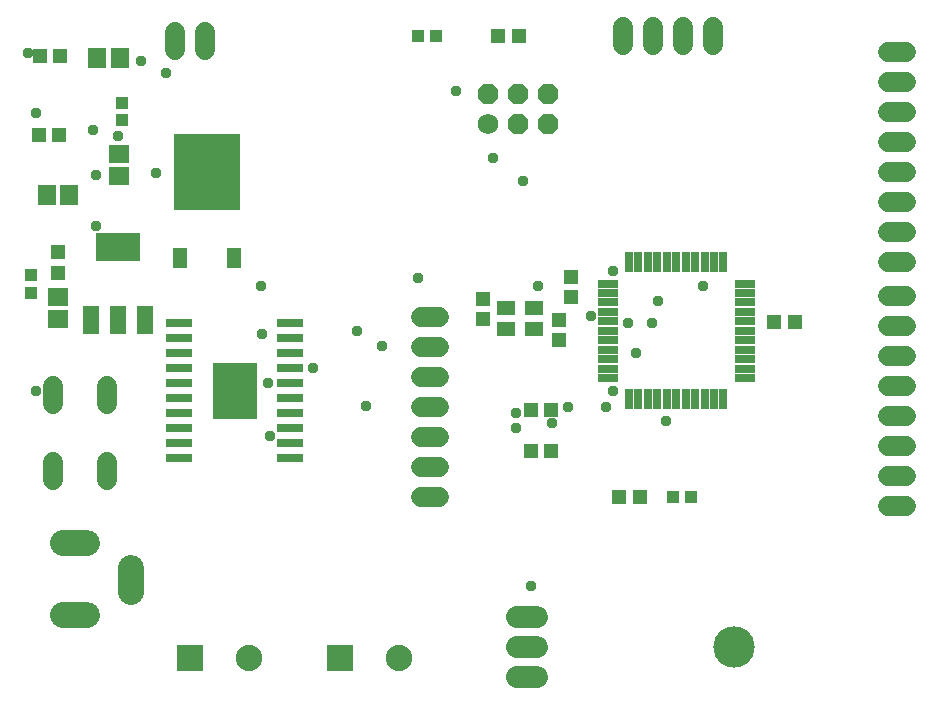
<source format=gbr>
G04 EAGLE Gerber RS-274X export*
G75*
%MOMM*%
%FSLAX34Y34*%
%LPD*%
%INSoldermask Top*%
%IPPOS*%
%AMOC8*
5,1,8,0,0,1.08239X$1,22.5*%
G01*
%ADD10R,1.703200X1.503200*%
%ADD11R,1.503200X1.703200*%
%ADD12R,1.203200X1.303200*%
%ADD13R,1.303200X1.203200*%
%ADD14R,1.703200X0.703200*%
%ADD15R,0.703200X1.703200*%
%ADD16R,5.603200X6.403200*%
%ADD17R,1.203200X1.803200*%
%ADD18C,2.203200*%
%ADD19R,1.397000X2.387600*%
%ADD20R,3.810000X2.387600*%
%ADD21R,1.003200X1.003200*%
%ADD22R,1.503200X1.303200*%
%ADD23C,1.727200*%
%ADD24C,1.727200*%
%ADD25P,1.869504X8X22.500000*%
%ADD26C,1.879600*%
%ADD27C,3.505200*%
%ADD28R,2.184400X0.762000*%
%ADD29R,3.763200X4.823200*%
%ADD30R,2.235200X2.235200*%
%ADD31C,2.235200*%
%ADD32C,0.959600*%

G36*
X175713Y296860D02*
X175713Y296860D01*
X175711Y296861D01*
X175668Y296841D01*
X175624Y296823D01*
X175624Y296821D01*
X175622Y296820D01*
X175589Y296735D01*
X175589Y249265D01*
X175590Y249263D01*
X175589Y249261D01*
X175609Y249218D01*
X175627Y249174D01*
X175629Y249174D01*
X175630Y249172D01*
X175715Y249139D01*
X212585Y249139D01*
X212587Y249140D01*
X212589Y249139D01*
X212632Y249159D01*
X212676Y249177D01*
X212676Y249179D01*
X212678Y249180D01*
X212711Y249265D01*
X212711Y296735D01*
X212710Y296737D01*
X212711Y296739D01*
X212691Y296782D01*
X212673Y296826D01*
X212671Y296826D01*
X212670Y296828D01*
X212585Y296861D01*
X175715Y296861D01*
X175713Y296860D01*
G37*
%LPC*%
G36*
X180465Y286874D02*
X180465Y286874D01*
X180465Y290622D01*
X184213Y290622D01*
X184213Y286874D01*
X180465Y286874D01*
G37*
%LPD*%
%LPC*%
G36*
X188339Y286874D02*
X188339Y286874D01*
X188339Y290622D01*
X192087Y290622D01*
X192087Y286874D01*
X188339Y286874D01*
G37*
%LPD*%
%LPC*%
G36*
X196213Y286874D02*
X196213Y286874D01*
X196213Y290622D01*
X199961Y290622D01*
X199961Y286874D01*
X196213Y286874D01*
G37*
%LPD*%
%LPC*%
G36*
X204087Y286874D02*
X204087Y286874D01*
X204087Y290622D01*
X207835Y290622D01*
X207835Y286874D01*
X204087Y286874D01*
G37*
%LPD*%
%LPC*%
G36*
X180465Y279000D02*
X180465Y279000D01*
X180465Y282748D01*
X184213Y282748D01*
X184213Y279000D01*
X180465Y279000D01*
G37*
%LPD*%
%LPC*%
G36*
X204087Y279000D02*
X204087Y279000D01*
X204087Y282748D01*
X207835Y282748D01*
X207835Y279000D01*
X204087Y279000D01*
G37*
%LPD*%
%LPC*%
G36*
X188339Y279000D02*
X188339Y279000D01*
X188339Y282748D01*
X192087Y282748D01*
X192087Y279000D01*
X188339Y279000D01*
G37*
%LPD*%
%LPC*%
G36*
X196213Y279000D02*
X196213Y279000D01*
X196213Y282748D01*
X199961Y282748D01*
X199961Y279000D01*
X196213Y279000D01*
G37*
%LPD*%
%LPC*%
G36*
X180465Y271126D02*
X180465Y271126D01*
X180465Y274874D01*
X184213Y274874D01*
X184213Y271126D01*
X180465Y271126D01*
G37*
%LPD*%
%LPC*%
G36*
X204087Y271126D02*
X204087Y271126D01*
X204087Y274874D01*
X207835Y274874D01*
X207835Y271126D01*
X204087Y271126D01*
G37*
%LPD*%
%LPC*%
G36*
X188339Y271126D02*
X188339Y271126D01*
X188339Y274874D01*
X192087Y274874D01*
X192087Y271126D01*
X188339Y271126D01*
G37*
%LPD*%
%LPC*%
G36*
X196213Y271126D02*
X196213Y271126D01*
X196213Y274874D01*
X199961Y274874D01*
X199961Y271126D01*
X196213Y271126D01*
G37*
%LPD*%
%LPC*%
G36*
X180465Y263252D02*
X180465Y263252D01*
X180465Y267000D01*
X184213Y267000D01*
X184213Y263252D01*
X180465Y263252D01*
G37*
%LPD*%
%LPC*%
G36*
X204087Y263252D02*
X204087Y263252D01*
X204087Y267000D01*
X207835Y267000D01*
X207835Y263252D01*
X204087Y263252D01*
G37*
%LPD*%
%LPC*%
G36*
X188339Y263252D02*
X188339Y263252D01*
X188339Y267000D01*
X192087Y267000D01*
X192087Y263252D01*
X188339Y263252D01*
G37*
%LPD*%
%LPC*%
G36*
X196213Y263252D02*
X196213Y263252D01*
X196213Y267000D01*
X199961Y267000D01*
X199961Y263252D01*
X196213Y263252D01*
G37*
%LPD*%
%LPC*%
G36*
X180465Y255378D02*
X180465Y255378D01*
X180465Y259126D01*
X184213Y259126D01*
X184213Y255378D01*
X180465Y255378D01*
G37*
%LPD*%
%LPC*%
G36*
X188339Y255378D02*
X188339Y255378D01*
X188339Y259126D01*
X192087Y259126D01*
X192087Y255378D01*
X188339Y255378D01*
G37*
%LPD*%
%LPC*%
G36*
X196213Y255378D02*
X196213Y255378D01*
X196213Y259126D01*
X199961Y259126D01*
X199961Y255378D01*
X196213Y255378D01*
G37*
%LPD*%
%LPC*%
G36*
X204087Y255378D02*
X204087Y255378D01*
X204087Y259126D01*
X207835Y259126D01*
X207835Y255378D01*
X204087Y255378D01*
G37*
%LPD*%
D10*
X44750Y333850D03*
X44750Y352850D03*
D11*
X77600Y555000D03*
X96600Y555000D03*
D12*
X479030Y352280D03*
X479030Y369280D03*
D13*
X651030Y331310D03*
X668030Y331310D03*
D12*
X468470Y332870D03*
X468470Y315870D03*
X403950Y350860D03*
X403950Y333860D03*
D10*
X95750Y473800D03*
X95750Y454800D03*
D11*
X35150Y438750D03*
X54150Y438750D03*
D14*
X509800Y364000D03*
X509800Y356000D03*
X509800Y348000D03*
X509800Y340000D03*
X509800Y332000D03*
X509800Y324000D03*
X509800Y316000D03*
X509800Y308000D03*
X509800Y300000D03*
X509800Y292000D03*
X509800Y284000D03*
D15*
X527800Y266000D03*
X535800Y266000D03*
X543800Y266000D03*
X551800Y266000D03*
X559800Y266000D03*
X567800Y266000D03*
X575800Y266000D03*
X583800Y266000D03*
X591800Y266000D03*
X599800Y266000D03*
X607800Y266000D03*
D14*
X625800Y284000D03*
X625800Y292000D03*
X625800Y300000D03*
X625800Y308000D03*
X625800Y316000D03*
X625800Y324000D03*
X625800Y332000D03*
X625800Y340000D03*
X625800Y348000D03*
X625800Y356000D03*
X625800Y364000D03*
D15*
X607800Y382000D03*
X599800Y382000D03*
X591800Y382000D03*
X583800Y382000D03*
X575800Y382000D03*
X567800Y382000D03*
X559800Y382000D03*
X551800Y382000D03*
X543800Y382000D03*
X535800Y382000D03*
X527800Y382000D03*
D16*
X170600Y458400D03*
D17*
X147800Y385400D03*
X193400Y385400D03*
D18*
X68650Y144200D02*
X48650Y144200D01*
X48650Y83200D02*
X68650Y83200D01*
X106650Y103200D02*
X106650Y123200D01*
D19*
X72490Y333250D03*
X95350Y333250D03*
X118210Y333250D03*
D20*
X95350Y395226D03*
D21*
X98350Y517100D03*
X98350Y502100D03*
X349350Y573400D03*
X364350Y573400D03*
X21550Y355900D03*
X21550Y370900D03*
D22*
X447130Y325260D03*
X424130Y325260D03*
X424130Y343260D03*
X447130Y343260D03*
D12*
X46500Y557000D03*
X29500Y557000D03*
X28100Y490150D03*
X45100Y490150D03*
X417350Y573650D03*
X434350Y573650D03*
D13*
X44150Y373300D03*
X44150Y390300D03*
D23*
X40294Y212608D02*
X40294Y197368D01*
X85506Y197368D02*
X85506Y212608D01*
X40294Y262392D02*
X40294Y277632D01*
X85506Y277632D02*
X85506Y262392D01*
D24*
X408900Y499450D03*
D25*
X434300Y499450D03*
X459700Y499450D03*
X408900Y524850D03*
X434300Y524850D03*
X459700Y524850D03*
D26*
X450132Y81550D02*
X433368Y81550D01*
X433368Y56150D02*
X450132Y56150D01*
X450132Y30750D02*
X433368Y30750D01*
D27*
X617010Y56150D03*
D12*
X444600Y256900D03*
X461600Y256900D03*
X444600Y222100D03*
X461600Y222100D03*
D28*
X147287Y330150D03*
X147287Y317450D03*
X147287Y304750D03*
X147287Y292050D03*
X147287Y279350D03*
X147287Y266650D03*
X147287Y253950D03*
X147287Y241250D03*
X147287Y228550D03*
X147287Y215850D03*
X241013Y215850D03*
X241013Y228550D03*
X241013Y241250D03*
X241013Y253950D03*
X241013Y266650D03*
X241013Y279350D03*
X241013Y292050D03*
X241013Y304750D03*
X241013Y317450D03*
X241013Y330150D03*
D29*
X194150Y273000D03*
D30*
X283550Y46950D03*
D31*
X333550Y46950D03*
D30*
X156400Y47350D03*
D31*
X206400Y47350D03*
D23*
X747430Y559800D02*
X762670Y559800D01*
X762670Y534400D02*
X747430Y534400D01*
X747430Y509000D02*
X762670Y509000D01*
X762670Y483600D02*
X747430Y483600D01*
X747430Y458200D02*
X762670Y458200D01*
X762670Y432800D02*
X747430Y432800D01*
X747430Y407400D02*
X762670Y407400D01*
X762670Y382000D02*
X747430Y382000D01*
X747530Y175400D02*
X762770Y175400D01*
X762770Y200800D02*
X747530Y200800D01*
X747530Y226200D02*
X762770Y226200D01*
X762770Y251600D02*
X747530Y251600D01*
X747530Y277000D02*
X762770Y277000D01*
X762770Y302400D02*
X747530Y302400D01*
X747530Y327800D02*
X762770Y327800D01*
X762770Y353200D02*
X747530Y353200D01*
X367120Y335400D02*
X351880Y335400D01*
X351880Y310000D02*
X367120Y310000D01*
X367120Y284600D02*
X351880Y284600D01*
X351880Y259200D02*
X367120Y259200D01*
X367120Y233800D02*
X351880Y233800D01*
X351880Y208400D02*
X367120Y208400D01*
X367120Y183000D02*
X351880Y183000D01*
X599000Y565830D02*
X599000Y581070D01*
X573600Y581070D02*
X573600Y565830D01*
X548200Y565830D02*
X548200Y581070D01*
X522800Y581070D02*
X522800Y565830D01*
X143510Y561340D02*
X143510Y576580D01*
X168910Y576580D02*
X168910Y561340D01*
D12*
X536820Y182880D03*
X519820Y182880D03*
D21*
X580270Y182880D03*
X565270Y182880D03*
D32*
X73660Y494030D03*
X76200Y455930D03*
X114300Y552450D03*
X135890Y542290D03*
X215900Y361950D03*
X222250Y279400D03*
X223534Y234936D03*
X547370Y330200D03*
X527050Y330200D03*
X349250Y368300D03*
X412750Y469900D03*
X260350Y292100D03*
X217170Y321310D03*
X25400Y508000D03*
X95250Y488950D03*
X127000Y457200D03*
X76200Y412750D03*
X19050Y558800D03*
X381000Y527050D03*
X495300Y336550D03*
X25400Y273050D03*
X514350Y374650D03*
X438150Y450850D03*
X514350Y273050D03*
X558800Y247650D03*
X431800Y241300D03*
X462280Y246094D03*
X508014Y259066D03*
X444500Y107950D03*
X533400Y304800D03*
X431800Y254000D03*
X476250Y259694D03*
X304800Y260350D03*
X318770Y311150D03*
X450850Y361950D03*
X590550Y361950D03*
X552450Y349250D03*
X297180Y323850D03*
M02*

</source>
